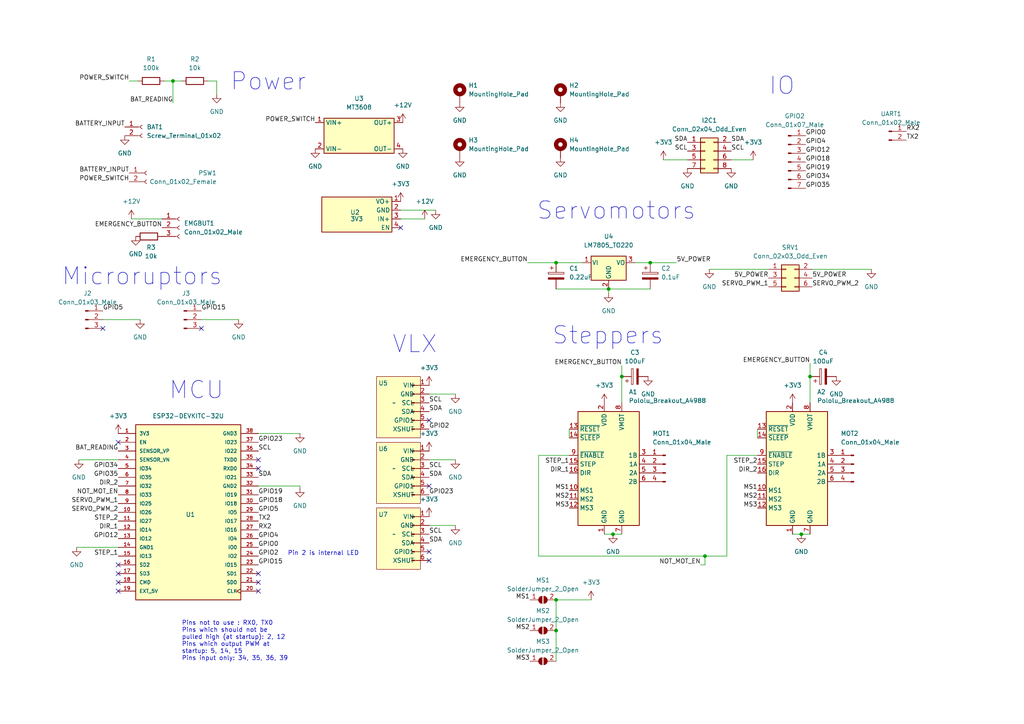
<source format=kicad_sch>
(kicad_sch (version 20230121) (generator eeschema)
  (paper "A4")
  (title_block (comment 1 "First version of stepper PAMI board (2023-10)"))
  (lib_symbols
    (symbol "Connector:Conn_01x02_Female" (pin_names (offset 1.016) hide)
      (property "Reference" "J" (at 0 2.54 0))
      (property "Value" "Conn_01x02_Female" (at 0 -5.08 0))
      (symbol "Conn_01x02_Female_1_1"
        (arc (start 0 -2.032) (mid -0.5058 -2.54) (end 0 -3.048) (stroke (width 0.1524)))
        (polyline (pts (xy -1.27 -2.54) (xy -0.508 -2.54)) (stroke (width 0.1524)))
        (polyline (pts (xy -1.27 0) (xy -0.508 0)) (stroke (width 0.1524)))
        (arc (start 0 0.508) (mid -0.5058 0) (end 0 -0.508) (stroke (width 0.1524)))
        (pin passive line (at -5.08 0 0) (length 3.81) (name "Pin_1") (number "1"))
        (pin passive line (at -5.08 -2.54 0) (length 3.81) (name "Pin_2") (number "2"))
      )
    )
    (symbol "Connector:Conn_01x02_Male" (pin_names (offset 1.016) hide)
      (property "Reference" "J" (at 0 2.54 0))
      (property "Value" "Conn_01x02_Male" (at 0 -5.08 0))
      (symbol "Conn_01x02_Male_1_1"
        (polyline (pts (xy 1.27 -2.54) (xy 0.8636 -2.54)) (stroke (width 0.1524)))
        (polyline (pts (xy 1.27 0) (xy 0.8636 0)) (stroke (width 0.1524)))
        (rectangle (start 0.8636 -2.413) (end 0 -2.667) (stroke (width 0.1524)) (fill (type outline)))
        (rectangle (start 0.8636 0.127) (end 0 -0.127) (stroke (width 0.1524)) (fill (type outline)))
        (pin passive line (at 5.08 0 180) (length 3.81) (name "Pin_1") (number "1"))
        (pin passive line (at 5.08 -2.54 180) (length 3.81) (name "Pin_2") (number "2"))
      )
    )
    (symbol "Connector:Conn_01x03_Female" (pin_names (offset 1.016) hide)
      (property "Reference" "J" (at 0 5.08 0))
      (property "Value" "Conn_01x03_Female" (at 0 -5.08 0))
      (symbol "Conn_01x03_Female_1_1"
        (arc (start 0 -2.032) (mid -0.5058 -2.54) (end 0 -3.048) (stroke (width 0.1524)))
        (polyline (pts (xy -1.27 -2.54) (xy -0.508 -2.54)) (stroke (width 0.1524)))
        (polyline (pts (xy -1.27 0) (xy -0.508 0)) (stroke (width 0.1524)))
        (polyline (pts (xy -1.27 2.54) (xy -0.508 2.54)) (stroke (width 0.1524)))
        (arc (start 0 0.508) (mid -0.5058 0) (end 0 -0.508) (stroke (width 0.1524)))
        (arc (start 0 3.048) (mid -0.5058 2.54) (end 0 2.032) (stroke (width 0.1524)))
        (pin passive line (at -5.08 2.54 0) (length 3.81) (name "Pin_1") (number "1"))
        (pin passive line (at -5.08 0 0) (length 3.81) (name "Pin_2") (number "2"))
        (pin passive line (at -5.08 -2.54 0) (length 3.81) (name "Pin_3") (number "3"))
      )
    )
    (symbol "Connector:Conn_01x03_Male" (pin_names (offset 1.016) hide)
      (property "Reference" "J" (at 0 5.08 0))
      (property "Value" "Conn_01x03_Male" (at 0 -5.08 0))
      (symbol "Conn_01x03_Male_1_1"
        (polyline (pts (xy 1.27 -2.54) (xy 0.8636 -2.54)) (stroke (width 0.1524)))
        (polyline (pts (xy 1.27 0) (xy 0.8636 0)) (stroke (width 0.1524)))
        (polyline (pts (xy 1.27 2.54) (xy 0.8636 2.54)) (stroke (width 0.1524)))
        (rectangle (start 0.8636 -2.413) (end 0 -2.667) (stroke (width 0.1524)) (fill (type outline)))
        (rectangle (start 0.8636 0.127) (end 0 -0.127) (stroke (width 0.1524)) (fill (type outline)))
        (rectangle (start 0.8636 2.667) (end 0 2.413) (stroke (width 0.1524)) (fill (type outline)))
        (pin passive line (at 5.08 2.54 180) (length 3.81) (name "Pin_1") (number "1"))
        (pin passive line (at 5.08 0 180) (length 3.81) (name "Pin_2") (number "2"))
        (pin passive line (at 5.08 -2.54 180) (length 3.81) (name "Pin_3") (number "3"))
      )
    )
    (symbol "Connector:Conn_01x04_Male" (pin_names (offset 1.016) hide)
      (property "Reference" "J" (at 0 5.08 0))
      (property "Value" "Conn_01x04_Male" (at 0 -7.62 0))
      (symbol "Conn_01x04_Male_1_1"
        (polyline (pts (xy 1.27 -5.08) (xy 0.8636 -5.08)) (stroke (width 0.1524)))
        (polyline (pts (xy 1.27 -2.54) (xy 0.8636 -2.54)) (stroke (width 0.1524)))
        (polyline (pts (xy 1.27 0) (xy 0.8636 0)) (stroke (width 0.1524)))
        (polyline (pts (xy 1.27 2.54) (xy 0.8636 2.54)) (stroke (width 0.1524)))
        (rectangle (start 0.8636 -4.953) (end 0 -5.207) (stroke (width 0.1524)) (fill (type outline)))
        (rectangle (start 0.8636 -2.413) (end 0 -2.667) (stroke (width 0.1524)) (fill (type outline)))
        (rectangle (start 0.8636 0.127) (end 0 -0.127) (stroke (width 0.1524)) (fill (type outline)))
        (rectangle (start 0.8636 2.667) (end 0 2.413) (stroke (width 0.1524)) (fill (type outline)))
        (pin passive line (at 5.08 2.54 180) (length 3.81) (name "Pin_1") (number "1"))
        (pin passive line (at 5.08 0 180) (length 3.81) (name "Pin_2") (number "2"))
        (pin passive line (at 5.08 -2.54 180) (length 3.81) (name "Pin_3") (number "3"))
        (pin passive line (at 5.08 -5.08 180) (length 3.81) (name "Pin_4") (number "4"))
      )
    )
    (symbol "Connector:Conn_01x07_Male" (pin_names (offset 1.016) hide)
      (property "Reference" "J" (at 0 10.16 0))
      (property "Value" "Conn_01x07_Male" (at 0 -10.16 0))
      (symbol "Conn_01x07_Male_1_1"
        (polyline (pts (xy 1.27 -7.62) (xy 0.8636 -7.62)) (stroke (width 0.1524)))
        (polyline (pts (xy 1.27 -5.08) (xy 0.8636 -5.08)) (stroke (width 0.1524)))
        (polyline (pts (xy 1.27 -2.54) (xy 0.8636 -2.54)) (stroke (width 0.1524)))
        (polyline (pts (xy 1.27 0) (xy 0.8636 0)) (stroke (width 0.1524)))
        (polyline (pts (xy 1.27 2.54) (xy 0.8636 2.54)) (stroke (width 0.1524)))
        (polyline (pts (xy 1.27 5.08) (xy 0.8636 5.08)) (stroke (width 0.1524)))
        (polyline (pts (xy 1.27 7.62) (xy 0.8636 7.62)) (stroke (width 0.1524)))
        (rectangle (start 0.8636 -7.493) (end 0 -7.747) (stroke (width 0.1524)) (fill (type outline)))
        (rectangle (start 0.8636 -4.953) (end 0 -5.207) (stroke (width 0.1524)) (fill (type outline)))
        (rectangle (start 0.8636 -2.413) (end 0 -2.667) (stroke (width 0.1524)) (fill (type outline)))
        (rectangle (start 0.8636 0.127) (end 0 -0.127) (stroke (width 0.1524)) (fill (type outline)))
        (rectangle (start 0.8636 2.667) (end 0 2.413) (stroke (width 0.1524)) (fill (type outline)))
        (rectangle (start 0.8636 5.207) (end 0 4.953) (stroke (width 0.1524)) (fill (type outline)))
        (rectangle (start 0.8636 7.747) (end 0 7.493) (stroke (width 0.1524)) (fill (type outline)))
        (pin passive line (at 5.08 7.62 180) (length 3.81) (name "Pin_1") (number "1"))
        (pin passive line (at 5.08 5.08 180) (length 3.81) (name "Pin_2") (number "2"))
        (pin passive line (at 5.08 2.54 180) (length 3.81) (name "Pin_3") (number "3"))
        (pin passive line (at 5.08 0 180) (length 3.81) (name "Pin_4") (number "4"))
        (pin passive line (at 5.08 -2.54 180) (length 3.81) (name "Pin_5") (number "5"))
        (pin passive line (at 5.08 -5.08 180) (length 3.81) (name "Pin_6") (number "6"))
        (pin passive line (at 5.08 -7.62 180) (length 3.81) (name "Pin_7") (number "7"))
      )
    )
    (symbol "Connector_Generic:Conn_02x03_Odd_Even" (pin_names (offset 1.016) hide)
      (property "Reference" "J" (at 1.27 5.08 0))
      (property "Value" "Conn_02x03_Odd_Even" (at 1.27 -5.08 0))
      (symbol "Conn_02x03_Odd_Even_1_1"
        (rectangle (start -1.27 -2.413) (end 0 -2.667) (stroke (width 0.1524)))
        (rectangle (start -1.27 0.127) (end 0 -0.127) (stroke (width 0.1524)))
        (rectangle (start -1.27 2.667) (end 0 2.413) (stroke (width 0.1524)))
        (rectangle (start -1.27 3.81) (end 3.81 -3.81) (stroke (width 0.254)) (fill (type background)))
        (rectangle (start 3.81 -2.413) (end 2.54 -2.667) (stroke (width 0.1524)))
        (rectangle (start 3.81 0.127) (end 2.54 -0.127) (stroke (width 0.1524)))
        (rectangle (start 3.81 2.667) (end 2.54 2.413) (stroke (width 0.1524)))
        (pin passive line (at -5.08 2.54 0) (length 3.81) (name "Pin_1") (number "1"))
        (pin passive line (at 7.62 2.54 180) (length 3.81) (name "Pin_2") (number "2"))
        (pin passive line (at -5.08 0 0) (length 3.81) (name "Pin_3") (number "3"))
        (pin passive line (at 7.62 0 180) (length 3.81) (name "Pin_4") (number "4"))
        (pin passive line (at -5.08 -2.54 0) (length 3.81) (name "Pin_5") (number "5"))
        (pin passive line (at 7.62 -2.54 180) (length 3.81) (name "Pin_6") (number "6"))
      )
    )
    (symbol "Connector_Generic:Conn_02x04_Odd_Even" (pin_names (offset 1.016) hide)
      (property "Reference" "J" (at 1.27 5.08 0))
      (property "Value" "Conn_02x04_Odd_Even" (at 1.27 -7.62 0))
      (symbol "Conn_02x04_Odd_Even_1_1"
        (rectangle (start -1.27 -4.953) (end 0 -5.207) (stroke (width 0.1524)))
        (rectangle (start -1.27 -2.413) (end 0 -2.667) (stroke (width 0.1524)))
        (rectangle (start -1.27 0.127) (end 0 -0.127) (stroke (width 0.1524)))
        (rectangle (start -1.27 2.667) (end 0 2.413) (stroke (width 0.1524)))
        (rectangle (start -1.27 3.81) (end 3.81 -6.35) (stroke (width 0.254)) (fill (type background)))
        (rectangle (start 3.81 -4.953) (end 2.54 -5.207) (stroke (width 0.1524)))
        (rectangle (start 3.81 -2.413) (end 2.54 -2.667) (stroke (width 0.1524)))
        (rectangle (start 3.81 0.127) (end 2.54 -0.127) (stroke (width 0.1524)))
        (rectangle (start 3.81 2.667) (end 2.54 2.413) (stroke (width 0.1524)))
        (pin passive line (at -5.08 2.54 0) (length 3.81) (name "Pin_1") (number "1"))
        (pin passive line (at 7.62 2.54 180) (length 3.81) (name "Pin_2") (number "2"))
        (pin passive line (at -5.08 0 0) (length 3.81) (name "Pin_3") (number "3"))
        (pin passive line (at 7.62 0 180) (length 3.81) (name "Pin_4") (number "4"))
        (pin passive line (at -5.08 -2.54 0) (length 3.81) (name "Pin_5") (number "5"))
        (pin passive line (at 7.62 -2.54 180) (length 3.81) (name "Pin_6") (number "6"))
        (pin passive line (at -5.08 -5.08 0) (length 3.81) (name "Pin_7") (number "7"))
        (pin passive line (at 7.62 -5.08 180) (length 3.81) (name "Pin_8") (number "8"))
      )
    )
    (symbol "Device:C_Polarized" (pin_numbers hide) (pin_names (offset 0.254))
      (property "Reference" "C" (at 0.635 2.54 0))
      (property "Value" "C_Polarized" (at 0.635 -2.54 0))
      (symbol "C_Polarized_0_1"
        (rectangle (start -2.286 0.508) (end 2.286 1.016))
        (polyline (pts (xy -1.778 2.286) (xy -0.762 2.286)))
        (polyline (pts (xy -1.27 2.794) (xy -1.27 1.778)))
        (rectangle (start 2.286 -0.508) (end -2.286 -1.016) (fill (type outline)))
      )
      (symbol "C_Polarized_1_1"
        (pin passive line (at 0 3.81 270) (length 2.794) (name "~") (number "1"))
        (pin passive line (at 0 -3.81 90) (length 2.794) (name "~") (number "2"))
      )
    )
    (symbol "Device:R" (pin_numbers hide) (pin_names (offset 0))
      (property "Reference" "R" (at 2.032 0 90))
      (property "Value" "R" (at 0 0 90))
      (symbol "R_0_1"
        (rectangle (start -1.016 -2.54) (end 1.016 2.54) (stroke (width 0.254)))
      )
      (symbol "R_1_1"
        (pin passive line (at 0 3.81 270) (length 1.27) (name "~") (number "1"))
        (pin passive line (at 0 -3.81 90) (length 1.27) (name "~") (number "2"))
      )
    )
    (symbol "Driver_Motor:Pololu_Breakout_A4988"
      (property "Reference" "A" (at -2.54 19.05 0))
      (property "Value" "Pololu_Breakout_A4988" (at -2.54 16.51 0))
      (symbol "Pololu_Breakout_A4988_0_1"
        (rectangle (start 10.16 -17.78) (end -7.62 15.24) (stroke (width 0.254)) (fill (type background)))
      )
      (symbol "Pololu_Breakout_A4988_1_1"
        (pin power_in line (at 0 -20.32 90) (length 2.54) (name "GND") (number "1"))
        (pin input line (at -10.16 -7.62 0) (length 2.54) (name "MS1") (number "10"))
        (pin input line (at -10.16 -10.16 0) (length 2.54) (name "MS2") (number "11"))
        (pin input line (at -10.16 -12.7 0) (length 2.54) (name "MS3") (number "12"))
        (pin input line (at -10.16 10.16 0) (length 2.54) (name "~{RESET}") (number "13"))
        (pin input line (at -10.16 7.62 0) (length 2.54) (name "~{SLEEP}") (number "14"))
        (pin input line (at -10.16 0 0) (length 2.54) (name "STEP") (number "15"))
        (pin input line (at -10.16 -2.54 0) (length 2.54) (name "DIR") (number "16"))
        (pin power_in line (at 0 17.78 270) (length 2.54) (name "VDD") (number "2"))
        (pin output line (at 12.7 2.54 180) (length 2.54) (name "1B") (number "3"))
        (pin output line (at 12.7 0 180) (length 2.54) (name "1A") (number "4"))
        (pin output line (at 12.7 -2.54 180) (length 2.54) (name "2A") (number "5"))
        (pin output line (at 12.7 -5.08 180) (length 2.54) (name "2B") (number "6"))
        (pin power_in line (at 5.08 -20.32 90) (length 2.54) (name "GND") (number "7"))
        (pin power_in line (at 5.08 17.78 270) (length 2.54) (name "VMOT") (number "8"))
        (pin input line (at -10.16 2.54 0) (length 2.54) (name "~{ENABLE}") (number "9"))
      )
    )
    (symbol "ESP32-DEVKITC-32U:ESP32-DEVKITC-32U" (pin_names (offset 1.016))
      (property "Reference" "U" (at -15.2572 26.0643 0))
      (property "Value" "ESP32-DEVKITC-32U" (at -15.2563 -27.9698 0))
      (symbol "ESP32-DEVKITC-32U_0_0"
        (rectangle (start -15.24 -25.4) (end 15.24 25.4) (stroke (width 0.254)) (fill (type background)))
        (pin power_in line (at -20.32 22.86 0) (length 5.08) (name "3V3") (number "1"))
        (pin bidirectional line (at -20.32 0 0) (length 5.08) (name "IO26") (number "10"))
        (pin bidirectional line (at -20.32 -2.54 0) (length 5.08) (name "IO27") (number "11"))
        (pin bidirectional line (at -20.32 -5.08 0) (length 5.08) (name "IO14") (number "12"))
        (pin bidirectional line (at -20.32 -7.62 0) (length 5.08) (name "IO12") (number "13"))
        (pin power_in line (at -20.32 -10.16 0) (length 5.08) (name "GND1") (number "14"))
        (pin bidirectional line (at -20.32 -12.7 0) (length 5.08) (name "IO13") (number "15"))
        (pin bidirectional line (at -20.32 -15.24 0) (length 5.08) (name "SD2") (number "16"))
        (pin bidirectional line (at -20.32 -17.78 0) (length 5.08) (name "SD3") (number "17"))
        (pin bidirectional line (at -20.32 -20.32 0) (length 5.08) (name "CMD") (number "18"))
        (pin power_in line (at -20.32 -22.86 0) (length 5.08) (name "EXT_5V") (number "19"))
        (pin input line (at -20.32 20.32 0) (length 5.08) (name "EN") (number "2"))
        (pin input clock (at 20.32 -22.86 180) (length 5.08) (name "CLK") (number "20"))
        (pin bidirectional line (at 20.32 -20.32 180) (length 5.08) (name "SD0") (number "21"))
        (pin bidirectional line (at 20.32 -17.78 180) (length 5.08) (name "SD1") (number "22"))
        (pin bidirectional line (at 20.32 -15.24 180) (length 5.08) (name "IO15") (number "23"))
        (pin bidirectional line (at 20.32 -12.7 180) (length 5.08) (name "IO2") (number "24"))
        (pin bidirectional line (at 20.32 -10.16 180) (length 5.08) (name "IO0") (number "25"))
        (pin bidirectional line (at 20.32 -7.62 180) (length 5.08) (name "IO4") (number "26"))
        (pin bidirectional line (at 20.32 -5.08 180) (length 5.08) (name "IO16") (number "27"))
        (pin bidirectional line (at 20.32 -2.54 180) (length 5.08) (name "IO17") (number "28"))
        (pin bidirectional line (at 20.32 0 180) (length 5.08) (name "IO5") (number "29"))
        (pin input line (at -20.32 17.78 0) (length 5.08) (name "SENSOR_VP") (number "3"))
        (pin bidirectional line (at 20.32 2.54 180) (length 5.08) (name "IO18") (number "30"))
        (pin bidirectional line (at 20.32 5.08 180) (length 5.08) (name "IO19") (number "31"))
        (pin power_in line (at 20.32 7.62 180) (length 5.08) (name "GND2") (number "32"))
        (pin bidirectional line (at 20.32 10.16 180) (length 5.08) (name "IO21") (number "33"))
        (pin input line (at 20.32 12.7 180) (length 5.08) (name "RXD0") (number "34"))
        (pin output line (at 20.32 15.24 180) (length 5.08) (name "TXD0") (number "35"))
        (pin bidirectional line (at 20.32 17.78 180) (length 5.08) (name "IO22") (number "36"))
        (pin bidirectional line (at 20.32 20.32 180) (length 5.08) (name "IO23") (number "37"))
        (pin power_in line (at 20.32 22.86 180) (length 5.08) (name "GND3") (number "38"))
        (pin input line (at -20.32 15.24 0) (length 5.08) (name "SENSOR_VN") (number "4"))
        (pin bidirectional line (at -20.32 12.7 0) (length 5.08) (name "IO34") (number "5"))
        (pin bidirectional line (at -20.32 10.16 0) (length 5.08) (name "IO35") (number "6"))
        (pin bidirectional line (at -20.32 7.62 0) (length 5.08) (name "IO32") (number "7"))
        (pin bidirectional line (at -20.32 5.08 0) (length 5.08) (name "IO33") (number "8"))
        (pin bidirectional line (at -20.32 2.54 0) (length 5.08) (name "IO25") (number "9"))
      )
    )
    (symbol "Jumper:SolderJumper_2_Open" (pin_names (offset 0) hide)
      (property "Reference" "JP" (at 0 2.032 0))
      (property "Value" "SolderJumper_2_Open" (at 0 -2.54 0))
      (symbol "SolderJumper_2_Open_0_1"
        (arc (start -0.254 1.016) (mid -1.2656 0) (end -0.254 -1.016))
        (arc (start -0.254 1.016) (mid -1.2656 0) (end -0.254 -1.016) (fill (type outline)))
        (polyline (pts (xy -0.254 1.016) (xy -0.254 -1.016)))
        (polyline (pts (xy 0.254 1.016) (xy 0.254 -1.016)))
        (arc (start 0.254 -1.016) (mid 1.2656 0) (end 0.254 1.016))
        (arc (start 0.254 -1.016) (mid 1.2656 0) (end 0.254 1.016) (fill (type outline)))
      )
      (symbol "SolderJumper_2_Open_1_1"
        (pin passive line (at -3.81 0 0) (length 2.54) (name "A") (number "1"))
        (pin passive line (at 3.81 0 180) (length 2.54) (name "B") (number "2"))
      )
    )
    (symbol "Mechanical:MountingHole_Pad" (pin_numbers hide) (pin_names (offset 1.016) hide)
      (property "Reference" "H" (at 0 6.35 0))
      (property "Value" "MountingHole_Pad" (at 0 4.445 0))
      (symbol "MountingHole_Pad_0_1"
        (circle (center 0 1.27) (radius 1.27) (stroke (width 1.27)))
      )
      (symbol "MountingHole_Pad_1_1"
        (pin input line (at 0 -2.54 90) (length 2.54) (name "1") (number "1"))
      )
    )
    (symbol "MiAM_ESP32:MT3608"
      (property "Reference" "U" (at 0 0 0))
      (property "Value" "MT3608" (at 0 0 0))
      (symbol "MT3608_0_1"
        (rectangle (start -10.16 5.08) (end 10.16 -5.08) (stroke (width 0.254)) (fill (type background)))
      )
      (symbol "MT3608_1_1"
        (pin power_in line (at -12.7 3.81 0) (length 2.54) (name "VIN+") (number "1"))
        (pin passive line (at -12.7 -3.81 0) (length 2.54) (name "VIN-") (number "2"))
        (pin power_out line (at 12.7 3.81 180) (length 2.54) (name "OUT+") (number "3"))
        (pin passive line (at 12.7 -3.81 180) (length 2.54) (name "OUT-") (number "4"))
      )
    )
    (symbol "MiAM_ESP32:VL53L01XV2"
      (property "Reference" "U" (at 0 0 0))
      (symbol "VL53L01XV2_1_1"
        (rectangle (start -5.08 7.62) (end 7.62 -10.16) (fill (type background)))
        (polyline (pts (xy 6.35 -7.62) (xy 5.9436 -7.62)) (stroke (width 0.1524)))
        (polyline (pts (xy 6.35 -5.08) (xy 5.9436 -5.08)) (stroke (width 0.1524)))
        (polyline (pts (xy 6.35 -2.54) (xy 5.9436 -2.54)) (stroke (width 0.1524)))
        (polyline (pts (xy 6.35 0) (xy 5.9436 0)) (stroke (width 0.1524)))
        (polyline (pts (xy 6.35 2.54) (xy 5.9436 2.54)) (stroke (width 0.1524)))
        (polyline (pts (xy 6.35 5.08) (xy 5.9436 5.08)) (stroke (width 0.1524)))
        (rectangle (start 5.9436 -7.493) (end 5.08 -7.747) (stroke (width 0.1524)) (fill (type outline)))
        (rectangle (start 5.9436 -4.953) (end 5.08 -5.207) (stroke (width 0.1524)) (fill (type outline)))
        (rectangle (start 5.9436 -2.413) (end 5.08 -2.667) (stroke (width 0.1524)) (fill (type outline)))
        (rectangle (start 5.9436 0.127) (end 5.08 -0.127) (stroke (width 0.1524)) (fill (type outline)))
        (rectangle (start 5.9436 2.667) (end 5.08 2.413) (stroke (width 0.1524)) (fill (type outline)))
        (rectangle (start 5.9436 5.207) (end 5.08 4.953) (stroke (width 0.1524)) (fill (type outline)))
        (pin passive line (at 10.16 5.08 180) (length 3.81) (name "VIN") (number "1"))
        (pin passive line (at 10.16 2.54 180) (length 3.81) (name "GND") (number "2"))
        (pin passive line (at 10.16 0 180) (length 3.81) (name "SCL") (number "3"))
        (pin passive line (at 10.16 -2.54 180) (length 3.81) (name "SDA") (number "4"))
        (pin passive line (at 10.16 -5.08 180) (length 3.81) (name "GPIO1") (number "5"))
        (pin passive line (at 10.16 -7.62 180) (length 3.81) (name "XSHUT") (number "6"))
      )
    )
    (symbol "MiAM_ESP32:VoltageRegulator"
      (property "Reference" "U" (at -2.54 10.16 0))
      (property "Value" "VoltageRegulator" (at -2.54 7.62 0))
      (symbol "VoltageRegulator_0_1"
        (rectangle (start -10.16 5.08) (end 10.16 -5.08) (stroke (width 0.254)) (fill (type background)))
      )
      (symbol "VoltageRegulator_1_1"
        (pin power_out line (at 12.7 3.81 180) (length 2.54) (name "VO+") (number "1"))
        (pin passive line (at 12.7 1.27 180) (length 2.54) (name "GND") (number "2"))
        (pin power_in line (at 12.7 -1.27 180) (length 2.54) (name "IN+") (number "3"))
        (pin input line (at 12.7 -3.81 180) (length 2.54) (name "EN") (number "4"))
      )
    )
    (symbol "Regulator_Linear:LM7805_TO220" (pin_names (offset 0.254))
      (property "Reference" "U" (at -3.81 3.175 0))
      (property "Value" "LM7805_TO220" (at 0 3.175 0))
      (symbol "LM7805_TO220_0_1"
        (rectangle (start -5.08 1.905) (end 5.08 -5.08) (stroke (width 0.254)) (fill (type background)))
      )
      (symbol "LM7805_TO220_1_1"
        (pin power_in line (at -7.62 0 0) (length 2.54) (name "VI") (number "1"))
        (pin power_in line (at 0 -7.62 90) (length 2.54) (name "GND") (number "2"))
        (pin power_out line (at 7.62 0 180) (length 2.54) (name "VO") (number "3"))
      )
    )
    (symbol "power:+12V" (power) (pin_names (offset 0))
      (property "Value" "+12V" (at 0 3.556 0))
      (symbol "+12V_0_1"
        (polyline (pts (xy -0.762 1.27) (xy 0 2.54)))
        (polyline (pts (xy 0 0) (xy 0 2.54)))
        (polyline (pts (xy 0 2.54) (xy 0.762 1.27)))
      )
      (symbol "+12V_1_1"
        (pin power_in line (at 0 0 90) (length 0) hide (name "+12V") (number "1"))
      )
    )
    (symbol "power:+3V3" (power) (pin_names (offset 0))
      (property "Value" "+3V3" (at 0 3.556 0))
      (symbol "+3V3_0_1"
        (polyline (pts (xy -0.762 1.27) (xy 0 2.54)))
        (polyline (pts (xy 0 0) (xy 0 2.54)))
        (polyline (pts (xy 0 2.54) (xy 0.762 1.27)))
      )
      (symbol "+3V3_1_1"
        (pin power_in line (at 0 0 90) (length 0) hide (name "+3V3") (number "1"))
      )
    )
    (symbol "power:GND" (power) (pin_names (offset 0))
      (property "Value" "GND" (at 0 -3.81 0))
      (symbol "GND_0_1"
        (polyline (pts (xy 0 0) (xy 0 -1.27) (xy 1.27 -1.27) (xy 0 -2.54) (xy -1.27 -1.27) (xy 0 -1.27)))
      )
      (symbol "GND_1_1"
        (pin power_in line (at 0 0 270) (length 0) hide (name "GND") (number "1"))
      )
    )
  )
  (junction (at 176.53 83.82))
  (junction (at 177.8 154.94))
  (junction (at 232.41 154.94))
  (junction (at 161.29 173.99))
  (junction (at 180.34 109.22))
  (junction (at 161.29 182.88))
  (junction (at 234.95 109.22))
  (junction (at 50.165 23.495))
  (junction (at 204.47 161.29))
  (junction (at 161.29 76.2))
  (junction (at 188.595 76.2))
  (no_connect (at 74.93 135.89))
  (no_connect (at 74.93 166.37))
  (no_connect (at 74.93 133.35))
  (no_connect (at 34.29 163.83))
  (no_connect (at 124.46 140.97))
  (no_connect (at 124.46 162.56))
  (no_connect (at 29.845 95.25))
  (no_connect (at 74.93 168.91))
  (no_connect (at 34.29 168.91))
  (no_connect (at 116.205 66.04))
  (no_connect (at 124.46 160.02))
  (no_connect (at 34.29 128.27))
  (no_connect (at 34.29 171.45))
  (no_connect (at 34.29 166.37))
  (no_connect (at 58.42 95.25))
  (no_connect (at 124.46 121.92))
  (no_connect (at 74.93 171.45))
  (wire (pts (xy 161.29 182.88) (xy 161.29 191.77)))
  (wire (pts (xy 156.21 132.08) (xy 156.21 161.29)))
  (wire (pts (xy 180.34 109.22) (xy 180.34 116.84)))
  (wire (pts (xy 116.205 60.96) (xy 126.365 60.96)))
  (wire (pts (xy 175.26 154.94) (xy 177.8 154.94)))
  (wire (pts (xy 165.1 127) (xy 165.1 124.46)))
  (wire (pts (xy 60.325 23.495) (xy 62.865 23.495)))
  (wire (pts (xy 47.625 23.495) (xy 50.165 23.495)))
  (wire (pts (xy 161.29 173.99) (xy 171.45 173.99)))
  (wire (pts (xy 116.205 63.5) (xy 123.19 63.5)))
  (wire (pts (xy 86.995 141.605) (xy 86.995 140.97)))
  (wire (pts (xy 177.8 154.94) (xy 180.34 154.94)))
  (wire (pts (xy 184.15 76.2) (xy 188.595 76.2)))
  (wire (pts (xy 229.87 154.94) (xy 232.41 154.94)))
  (wire (pts (xy 212.09 46.355) (xy 218.44 46.355)))
  (wire (pts (xy 161.29 173.99) (xy 161.29 182.88)))
  (wire (pts (xy 50.165 23.495) (xy 50.165 29.845)))
  (wire (pts (xy 124.46 114.3) (xy 132.08 114.3)))
  (wire (pts (xy 58.42 92.71) (xy 69.215 92.71)))
  (wire (pts (xy 203.2 163.83) (xy 204.47 163.83)))
  (wire (pts (xy 165.1 132.08) (xy 156.21 132.08)))
  (wire (pts (xy 86.995 140.97) (xy 74.93 140.97)))
  (wire (pts (xy 22.86 133.35) (xy 34.29 133.35)))
  (wire (pts (xy 204.47 161.29) (xy 204.47 163.83)))
  (wire (pts (xy 180.34 106.045) (xy 180.34 109.22)))
  (wire (pts (xy 188.595 76.2) (xy 196.215 76.2)))
  (wire (pts (xy 205.74 78.105) (xy 222.885 78.105)))
  (wire (pts (xy 219.71 127) (xy 219.71 124.46)))
  (wire (pts (xy 192.405 46.355) (xy 199.39 46.355)))
  (wire (pts (xy 232.41 154.94) (xy 234.95 154.94)))
  (wire (pts (xy 74.93 125.73) (xy 86.995 125.73)))
  (wire (pts (xy 176.53 85.09) (xy 176.53 83.82)))
  (wire (pts (xy 176.53 83.82) (xy 188.595 83.82)))
  (wire (pts (xy 52.705 23.495) (xy 50.165 23.495)))
  (wire (pts (xy 22.225 158.75) (xy 34.29 158.75)))
  (wire (pts (xy 153.035 76.2) (xy 161.29 76.2)))
  (wire (pts (xy 161.29 83.82) (xy 176.53 83.82)))
  (wire (pts (xy 210.82 161.29) (xy 204.47 161.29)))
  (wire (pts (xy 124.46 152.4) (xy 132.08 152.4)))
  (wire (pts (xy 234.95 109.22) (xy 234.95 116.84)))
  (wire (pts (xy 46.99 63.5) (xy 38.1 63.5)))
  (wire (pts (xy 37.465 23.495) (xy 40.005 23.495)))
  (wire (pts (xy 235.585 78.105) (xy 252.73 78.105)))
  (wire (pts (xy 124.46 133.35) (xy 132.08 133.35)))
  (wire (pts (xy 161.29 76.2) (xy 168.91 76.2)))
  (wire (pts (xy 62.865 23.495) (xy 62.865 27.305)))
  (wire (pts (xy 219.71 132.08) (xy 210.82 132.08)))
  (wire (pts (xy 234.95 105.41) (xy 234.95 109.22)))
  (wire (pts (xy 210.82 132.08) (xy 210.82 161.29)))
  (wire (pts (xy 156.21 161.29) (xy 204.47 161.29)))
  (wire (pts (xy 29.845 92.71) (xy 40.64 92.71)))
  (text "Pins not to use : RX0, TX0\nPins which should not be \npulled high (at startup): 2, 12\nPins which output PWM at\nstartup: 5, 14, 15\nPins input only: 34, 35, 36, 39" (at 52.705 191.77 0) (effects (font (size 1.27 1.27)) (justify left bottom)))
  (text "Power" (at 66.675 26.67 0) (effects (font (size 5 5)) (justify left bottom)))
  (text "MCU" (at 48.895 116.205 0) (effects (font (size 5 5)) (justify left bottom)))
  (text "IO" (at 222.885 27.94 0) (effects (font (size 5 5)) (justify left bottom)))
  (text "Microruptors" (at 17.78 83.185 0) (effects (font (size 5 5)) (justify left bottom)))
  (text "Pin 2 is internal LED" (at 104.14 161.29 0) (effects (font (size 1.27 1.27)) (justify right bottom)))
  (text "VLX" (at 113.665 102.87 0) (effects (font (size 5 5)) (justify left bottom)))
  (text "Steppers" (at 160.02 100.33 0) (effects (font (size 5 5)) (justify left bottom)))
  (text "Servomotors" (at 155.575 64.135 0) (effects (font (size 5 5)) (justify left bottom)))
  (label "SERVO_PWM_1" (at 34.29 146.05 180))
  (label "BAT_READING" (at 34.29 130.81 180))
  (label "MS3" (at 153.67 191.77 180))
  (label "DIR_2" (at 219.71 137.16 180))
  (label "BATTERY_INPUT" (at 37.465 50.165 180))
  (label "SERVO_PWM_1" (at 222.885 83.185 180))
  (label "GPIO0" (at 233.68 39.37 0))
  (label "GPIO35" (at 34.29 138.43 180))
  (label "RX2" (at 74.93 153.67 0))
  (label "SERVO_PWM_2" (at 235.585 83.185 0))
  (label "SCL" (at 124.46 116.84 0))
  (label "TX2" (at 262.89 40.64 0))
  (label "5V_POWER" (at 235.585 80.645 0))
  (label "GPIO0" (at 74.93 158.75 0))
  (label "STEP_1" (at 34.29 161.29 180))
  (label "SDA" (at 124.46 157.48 0))
  (label "GPIO4" (at 74.93 156.21 0))
  (label "GPIO35" (at 233.68 54.61 0))
  (label "GPIO18" (at 74.93 146.05 0))
  (label "MS2" (at 153.67 182.88 180))
  (label "GPIO5" (at 74.93 148.59 0))
  (label "MS3" (at 219.71 147.32 180))
  (label "EMERGENCY_BUTTON" (at 234.95 105.41 180))
  (label "5V_POWER" (at 196.215 76.2 0))
  (label "SCL" (at 124.46 154.94 0))
  (label "MS1" (at 153.67 173.99 180))
  (label "BAT_READING" (at 50.165 29.845 180))
  (label "EMERGENCY_BUTTON" (at 180.34 106.045 180))
  (label "GPIO15" (at 74.93 163.83 0))
  (label "SDA" (at 212.09 41.275 0))
  (label "STEP_2" (at 34.29 151.13 180))
  (label "MS2" (at 165.1 144.78 180))
  (label "GPIO34" (at 34.29 135.89 180))
  (label "SCL" (at 124.46 135.89 0))
  (label "GPIO19" (at 74.93 143.51 0))
  (label "POWER_SWITCH" (at 37.465 52.705 180))
  (label "MS3" (at 165.1 147.32 180))
  (label "EMERGENCY_BUTTON" (at 46.99 66.04 180))
  (label "GPIO23" (at 124.46 143.51 0))
  (label "DIR_1" (at 34.29 153.67 180))
  (label "GPIO5" (at 29.845 90.17 0))
  (label "GPIO19" (at 233.68 49.53 0))
  (label "MS2" (at 219.71 144.78 180))
  (label "DIR_1" (at 165.1 137.16 180))
  (label "SCL" (at 199.39 43.815 180))
  (label "NOT_MOT_EN" (at 34.29 143.51 180))
  (label "MS1" (at 219.71 142.24 180))
  (label "GPIO15" (at 58.42 90.17 0))
  (label "NOT_MOT_EN" (at 203.2 163.83 180))
  (label "SERVO_PWM_2" (at 34.29 148.59 180))
  (label "GPIO4" (at 233.68 41.91 0))
  (label "SDA" (at 199.39 41.275 180))
  (label "SCL" (at 212.09 43.815 0))
  (label "SDA" (at 124.46 138.43 0))
  (label "SDA" (at 74.93 138.43 0))
  (label "MS1" (at 165.1 142.24 180))
  (label "GPIO12" (at 233.68 44.45 0))
  (label "GPIO2" (at 74.93 161.29 0))
  (label "STEP_2" (at 219.71 134.62 180))
  (label "GPIO34" (at 233.68 52.07 0))
  (label "RX2" (at 262.89 38.1 0))
  (label "EMERGENCY_BUTTON" (at 153.035 76.2 180))
  (label "GPIO23" (at 74.93 128.27 0))
  (label "DIR_2" (at 34.29 140.97 180))
  (label "GPIO12" (at 34.29 156.21 180))
  (label "POWER_SWITCH" (at 91.44 35.56 180))
  (label "SDA" (at 124.46 119.38 0))
  (label "TX2" (at 74.93 151.13 0))
  (label "5V_POWER" (at 222.885 80.645 180))
  (label "SCL" (at 74.93 130.81 0))
  (label "GPIO18" (at 233.68 46.99 0))
  (label "STEP_1" (at 165.1 134.62 180))
  (label "GPIO2" (at 124.46 124.46 0))
  (label "POWER_SWITCH" (at 37.465 23.495 180))
  (label "BATTERY_INPUT" (at 36.195 36.83 180))
  (symbol (lib_id "MiAM_ESP32:VL53L01XV2") (at 114.3 154.94 0) (unit 1)
    (property "Reference" "U7" (at 111.125 149.225 0))
    (property "Value" "~" (at 114.3 154.94 0))
    (property "Footprint" "Connector_PinHeader_2.54mm:PinHeader_1x06_P2.54mm_Vertical" (effects hide))
  )
  (symbol (lib_id "power:+3V3") (at 116.205 58.42 0) (unit 1)
    (property "Reference" "#PWR0119" (effects hide))
    (property "Value" "+3V3" (at 116.205 53.34 0))
  )
  (symbol (lib_id "power:GND") (at 162.56 29.845 0) (unit 1)
    (property "Reference" "#PWR014" (effects hide))
    (property "Value" "GND" (at 162.56 34.925 0))
  )
  (symbol (lib_id "power:+12V") (at 123.19 63.5 0) (unit 1)
    (property "Reference" "#PWR0110" (effects hide))
    (property "Value" "+12V" (at 123.19 58.42 0))
  )
  (symbol (lib_id "power:+3V3") (at 192.405 46.355 0) (unit 1)
    (property "Reference" "#PWR04" (effects hide))
    (property "Value" "+3V3" (at 192.405 41.275 0))
  )
  (symbol (lib_id "Connector_Generic:Conn_02x04_Odd_Even") (at 204.47 43.815 0) (unit 1)
    (property "Reference" "I2C1" (at 205.74 34.925 0))
    (property "Value" "Conn_02x04_Odd_Even" (at 205.74 37.465 0))
    (property "Footprint" "Connector_PinHeader_2.54mm:PinHeader_2x04_P2.54mm_Vertical" (effects hide))
  )
  (symbol (lib_id "Device:C_Polarized") (at 184.15 109.22 90) (unit 1)
    (property "Reference" "C3" (at 184.15 102.235 90))
    (property "Value" "100uF" (at 184.15 104.775 90))
    (property "Footprint" "Capacitor_THT:CP_Radial_D4.0mm_P2.00mm" (effects hide))
  )
  (symbol (lib_id "Regulator_Linear:LM7805_TO220") (at 176.53 76.2 0) (unit 1)
    (property "Reference" "U4" (at 176.53 68.58 0))
    (property "Value" "LM7805_TO220" (at 176.53 71.12 0))
    (property "Footprint" "Package_TO_SOT_THT:TO-220-3_Horizontal_TabDown" (effects hide))
    (property "Datasheet" "https://www.onsemi.cn/PowerSolutions/document/MC7800-D.PDF" (effects hide))
  )
  (symbol (lib_id "MiAM_ESP32:VL53L01XV2") (at 114.3 116.84 0) (unit 1)
    (property "Reference" "U5" (at 111.125 111.125 0))
    (property "Value" "~" (at 114.3 116.84 0))
    (property "Footprint" "Connector_PinHeader_2.54mm:PinHeader_1x06_P2.54mm_Vertical" (effects hide))
  )
  (symbol (lib_id "Mechanical:MountingHole_Pad") (at 162.56 27.305 0) (unit 1)
    (property "Reference" "H2" (at 165.1 24.765 0) (effects (justify left)))
    (property "Value" "MountingHole_Pad" (at 165.1 27.305 0) (effects (justify left)))
    (property "Footprint" "MountingHole:MountingHole_3.2mm_M3_DIN965_Pad" (effects hide))
  )
  (symbol (lib_id "MiAM_ESP32:MT3608") (at 104.14 39.37 0) (unit 1)
    (property "Reference" "U3" (at 104.14 28.575 0))
    (property "Value" "MT3608" (at 104.14 31.115 0))
    (property "Footprint" "MiAM_ESP32_Footprints:MT3608" (effects hide))
  )
  (symbol (lib_id "power:+12V") (at 116.84 35.56 0) (unit 1)
    (property "Reference" "#PWR0118" (effects hide))
    (property "Value" "+12V" (at 116.84 30.48 0))
  )
  (symbol (lib_id "Connector:Conn_01x04_Male") (at 247.65 134.62 0) (mirror y) (unit 1)
    (property "Reference" "MOT2" (at 243.84 125.73 0) (effects (justify right)))
    (property "Value" "Conn_01x04_Male" (at 243.84 128.27 0) (effects (justify right)))
    (property "Footprint" "Connector_PinHeader_2.54mm:PinHeader_1x04_P2.54mm_Vertical" (effects hide))
  )
  (symbol (lib_id "Connector:Conn_01x02_Female") (at 41.275 36.83 0) (unit 1)
    (property "Reference" "BAT1" (at 42.545 36.83 0) (effects (justify left)))
    (property "Value" "Screw_Terminal_01x02" (at 42.545 39.37 0) (effects (justify left)))
    (property "Footprint" "Connector_JST:JST_PH_B2B-PH-K_1x02_P2.00mm_Vertical" (effects hide))
  )
  (symbol (lib_id "power:GND") (at 133.35 29.845 0) (unit 1)
    (property "Reference" "#PWR012" (effects hide))
    (property "Value" "GND" (at 133.35 34.925 0))
  )
  (symbol (lib_id "Device:C_Polarized") (at 161.29 80.01 0) (unit 1)
    (property "Reference" "C1" (at 165.1 77.8509 0) (effects (justify left)))
    (property "Value" "0.22uF" (at 165.1 80.3909 0) (effects (justify left)))
    (property "Footprint" "Capacitor_THT:CP_Radial_D4.0mm_P2.00mm" (effects hide))
  )
  (symbol (lib_id "Connector:Conn_01x07_Male") (at 228.6 46.99 0) (unit 1)
    (property "Reference" "GPIO2" (at 230.505 33.655 0))
    (property "Value" "Conn_01x07_Male" (at 230.505 36.195 0))
    (property "Footprint" "Connector_PinHeader_2.54mm:PinHeader_1x07_P2.54mm_Vertical" (effects hide))
  )
  (symbol (lib_id "power:GND") (at 22.225 158.75 0) (unit 1)
    (property "Reference" "#PWR01" (effects hide))
    (property "Value" "GND" (at 22.225 163.83 0))
  )
  (symbol (lib_id "power:GND") (at 91.44 43.18 0) (unit 1)
    (property "Reference" "#PWR0117" (effects hide))
    (property "Value" "GND" (at 91.44 48.26 0))
  )
  (symbol (lib_id "power:+3V3") (at 175.26 116.84 0) (unit 1)
    (property "Reference" "#PWR016" (effects hide))
    (property "Value" "+3V3" (at 175.26 111.76 0))
  )
  (symbol (lib_id "power:GND") (at 22.86 133.35 0) (unit 1)
    (property "Reference" "#PWR013" (effects hide))
    (property "Value" "GND" (at 22.86 138.43 0))
  )
  (symbol (lib_id "power:GND") (at 199.39 48.895 0) (unit 1)
    (property "Reference" "#PWR05" (effects hide))
    (property "Value" "GND" (at 199.39 53.975 0))
  )
  (symbol (lib_id "MiAM_ESP32:VoltageRegulator") (at 103.505 62.23 0) (unit 1)
    (property "Reference" "U2" (at 101.6 61.595 0) (effects (justify left)))
    (property "Value" "3V3" (at 101.6 63.5 0) (effects (justify left)))
    (property "Footprint" "MiAM_ESP32_Footprints:VoltageRegulator" (effects hide))
  )
  (symbol (lib_id "power:GND") (at 132.08 152.4 0) (unit 1)
    (property "Reference" "#PWR030" (effects hide))
    (property "Value" "GND" (at 132.08 157.48 0))
  )
  (symbol (lib_id "power:+3V3") (at 124.46 149.86 0) (unit 1)
    (property "Reference" "#PWR029" (effects hide))
    (property "Value" "+3V3" (at 124.46 144.78 0))
  )
  (symbol (lib_id "Device:R") (at 56.515 23.495 90) (unit 1)
    (property "Reference" "R2" (at 56.515 17.145 90))
    (property "Value" "10k" (at 56.515 19.685 90))
    (property "Footprint" "Resistor_SMD:R_0805_2012Metric_Pad1.20x1.40mm_HandSolder" (effects hide))
  )
  (symbol (lib_id "power:GND") (at 176.53 85.09 0) (unit 1)
    (property "Reference" "#PWR0107" (effects hide))
    (property "Value" "GND" (at 176.53 90.17 0))
  )
  (symbol (lib_id "Connector:Conn_01x03_Female") (at 52.07 66.04 0) (unit 1)
    (property "Reference" "EMGBUT1" (at 53.34 64.77 0) (effects (justify left)))
    (property "Value" "Conn_01x02_Male" (at 53.34 67.31 0) (effects (justify left)))
    (property "Footprint" "Connector_JST:JST_PH_B3B-PH-K_1x03_P2.00mm_Vertical" (effects hide))
  )
  (symbol (lib_id "power:GND") (at 86.995 141.605 0) (unit 1)
    (property "Reference" "#PWR018" (effects hide))
    (property "Value" "GND" (at 86.995 146.685 0))
  )
  (symbol (lib_id "power:+3V3") (at 34.29 125.73 0) (unit 1)
    (property "Reference" "#PWR015" (effects hide))
    (property "Value" "+3V3" (at 34.29 120.65 0))
  )
  (symbol (lib_id "power:GND") (at 205.74 78.105 0) (unit 1)
    (property "Reference" "#PWR010" (effects hide))
    (property "Value" "GND" (at 205.74 83.185 0))
  )
  (symbol (lib_id "Jumper:SolderJumper_2_Open") (at 157.48 182.88 0) (unit 1)
    (property "Reference" "MS2" (at 157.48 177.165 0))
    (property "Value" "SolderJumper_2_Open" (at 157.48 179.705 0))
    (property "Footprint" "Jumper:SolderJumper-2_P1.3mm_Open_RoundedPad1.0x1.5mm" (effects hide))
  )
  (symbol (lib_id "power:GND") (at 242.57 109.22 0) (unit 1)
    (property "Reference" "#PWR032" (effects hide))
    (property "Value" "GND" (at 242.57 114.3 0))
  )
  (symbol (lib_id "power:GND") (at 86.995 125.73 0) (unit 1)
    (property "Reference" "#PWR017" (effects hide))
    (property "Value" "GND" (at 86.995 130.81 0))
  )
  (symbol (lib_id "power:GND") (at 177.8 154.94 0) (unit 1)
    (property "Reference" "#PWR021" (effects hide))
    (property "Value" "GND" (at 177.8 160.02 0))
  )
  (symbol (lib_id "power:GND") (at 252.73 78.105 0) (unit 1)
    (property "Reference" "#PWR011" (effects hide))
    (property "Value" "GND" (at 252.73 83.185 0))
  )
  (symbol (lib_id "power:GND") (at 62.865 27.305 0) (unit 1)
    (property "Reference" "#PWR0115" (effects hide))
    (property "Value" "GND" (at 62.865 32.385 0))
  )
  (symbol (lib_id "power:GND") (at 212.09 48.895 0) (unit 1)
    (property "Reference" "#PWR06" (effects hide))
    (property "Value" "GND" (at 212.09 53.975 0))
  )
  (symbol (lib_id "Connector:Conn_01x03_Male") (at 53.34 92.71 0) (unit 1)
    (property "Reference" "J3" (at 53.975 85.09 0))
    (property "Value" "Conn_01x03_Male" (at 53.975 87.63 0))
    (property "Footprint" "MiAM_ESP32_Footprints:Microruptor" (effects hide))
  )
  (symbol (lib_id "Driver_Motor:Pololu_Breakout_A4988") (at 175.26 134.62 0) (unit 1)
    (property "Reference" "A1" (at 182.3594 113.665 0) (effects (justify left)))
    (property "Value" "Pololu_Breakout_A4988" (at 182.3594 116.205 0) (effects (justify left)))
    (property "Footprint" "Module:Pololu_Breakout-16_15.2x20.3mm" (effects hide))
    (property "Datasheet" "https://www.pololu.com/product/2980/pictures" (effects hide))
  )
  (symbol (lib_id "Device:R") (at 43.815 23.495 90) (unit 1)
    (property "Reference" "R1" (at 43.815 17.145 90))
    (property "Value" "100k" (at 43.815 19.685 90))
    (property "Footprint" "Resistor_SMD:R_0805_2012Metric_Pad1.20x1.40mm_HandSolder" (effects hide))
  )
  (symbol (lib_id "power:GND") (at 187.96 109.22 0) (unit 1)
    (property "Reference" "#PWR08" (effects hide))
    (property "Value" "GND" (at 187.96 114.3 0))
  )
  (symbol (lib_id "Connector:Conn_01x02_Male") (at 257.81 38.1 0) (unit 1)
    (property "Reference" "UART1" (at 258.445 33.02 0))
    (property "Value" "Conn_01x02_Male" (at 258.445 35.56 0))
    (property "Footprint" "Connector_PinHeader_2.54mm:PinHeader_1x02_P2.54mm_Vertical" (effects hide))
  )
  (symbol (lib_id "power:GND") (at 162.56 45.72 0) (unit 1)
    (property "Reference" "#PWR020" (effects hide))
    (property "Value" "GND" (at 162.56 50.8 0))
  )
  (symbol (lib_id "power:+3V3") (at 124.46 111.76 0) (unit 1)
    (property "Reference" "#PWR026" (effects hide))
    (property "Value" "+3V3" (at 124.46 106.68 0))
  )
  (symbol (lib_id "Device:C_Polarized") (at 188.595 80.01 0) (unit 1)
    (property "Reference" "C2" (at 191.77 77.8509 0) (effects (justify left)))
    (property "Value" "0.1uF" (at 191.77 80.3909 0) (effects (justify left)))
    (property "Footprint" "Capacitor_THT:CP_Radial_D4.0mm_P2.00mm" (effects hide))
  )
  (symbol (lib_id "Driver_Motor:Pololu_Breakout_A4988") (at 229.87 134.62 0) (unit 1)
    (property "Reference" "A2" (at 236.9694 113.665 0) (effects (justify left)))
    (property "Value" "Pololu_Breakout_A4988" (at 236.9694 116.205 0) (effects (justify left)))
    (property "Footprint" "Module:Pololu_Breakout-16_15.2x20.3mm" (effects hide))
    (property "Datasheet" "https://www.pololu.com/product/2980/pictures" (effects hide))
  )
  (symbol (lib_id "power:GND") (at 132.08 114.3 0) (unit 1)
    (property "Reference" "#PWR09" (effects hide))
    (property "Value" "GND" (at 132.08 119.38 0))
  )
  (symbol (lib_id "Connector:Conn_01x04_Male") (at 193.04 134.62 0) (mirror y) (unit 1)
    (property "Reference" "MOT1" (at 189.23 125.73 0) (effects (justify right)))
    (property "Value" "Conn_01x04_Male" (at 189.23 128.27 0) (effects (justify right)))
    (property "Footprint" "Connector_PinHeader_2.54mm:PinHeader_1x04_P2.54mm_Vertical" (effects hide))
  )
  (symbol (lib_id "power:GND") (at 232.41 154.94 0) (unit 1)
    (property "Reference" "#PWR031" (effects hide))
    (property "Value" "GND" (at 232.41 160.02 0))
  )
  (symbol (lib_id "power:GND") (at 132.08 133.35 0) (unit 1)
    (property "Reference" "#PWR028" (effects hide))
    (property "Value" "GND" (at 132.08 138.43 0))
  )
  (symbol (lib_id "power:+3V3") (at 229.87 116.84 0) (unit 1)
    (property "Reference" "#PWR022" (effects hide))
    (property "Value" "+3V3" (at 229.87 111.76 0))
  )
  (symbol (lib_id "Mechanical:MountingHole_Pad") (at 133.35 27.305 0) (unit 1)
    (property "Reference" "H1" (at 135.89 24.765 0) (effects (justify left)))
    (property "Value" "MountingHole_Pad" (at 135.89 27.305 0) (effects (justify left)))
    (property "Footprint" "MountingHole:MountingHole_3.2mm_M3_DIN965_Pad" (effects hide))
  )
  (symbol (lib_id "power:GND") (at 40.64 92.71 0) (unit 1)
    (property "Reference" "#PWR024" (effects hide))
    (property "Value" "GND" (at 40.64 97.79 0))
  )
  (symbol (lib_id "Device:R") (at 43.18 68.58 90) (unit 1)
    (property "Reference" "R3" (at 43.815 71.755 90))
    (property "Value" "10k" (at 43.815 74.295 90))
    (property "Footprint" "Resistor_SMD:R_0805_2012Metric_Pad1.20x1.40mm_HandSolder" (effects hide))
  )
  (symbol (lib_id "power:+3V3") (at 124.46 130.81 0) (unit 1)
    (property "Reference" "#PWR027" (effects hide))
    (property "Value" "+3V3" (at 124.46 125.73 0))
  )
  (symbol (lib_id "Mechanical:MountingHole_Pad") (at 162.56 43.18 0) (unit 1)
    (property "Reference" "H4" (at 165.1 40.64 0) (effects (justify left)))
    (property "Value" "MountingHole_Pad" (at 165.1 43.18 0) (effects (justify left)))
    (property "Footprint" "MountingHole:MountingHole_3.2mm_M3_DIN965_Pad" (effects hide))
  )
  (symbol (lib_id "power:+3V3") (at 171.45 173.99 0) (unit 1)
    (property "Reference" "#PWR033" (effects hide))
    (property "Value" "+3V3" (at 171.45 168.91 0))
  )
  (symbol (lib_id "power:GND") (at 36.195 39.37 0) (unit 1)
    (property "Reference" "#PWR02" (effects hide))
    (property "Value" "GND" (at 36.195 44.45 0))
  )
  (symbol (lib_id "Mechanical:MountingHole_Pad") (at 133.35 43.18 0) (unit 1)
    (property "Reference" "H3" (at 135.89 40.64 0) (effects (justify left)))
    (property "Value" "MountingHole_Pad" (at 135.89 43.18 0) (effects (justify left)))
    (property "Footprint" "MountingHole:MountingHole_3.2mm_M3_DIN965_Pad" (effects hide))
  )
  (symbol (lib_id "Connector:Conn_01x02_Female") (at 42.545 50.165 0) (unit 1)
    (property "Reference" "PSW1" (at 62.865 50.165 0) (effects (justify right)))
    (property "Value" "Conn_01x02_Female" (at 62.865 52.705 0) (effects (justify right)))
    (property "Footprint" "Connector_JST:JST_PH_B2B-PH-K_1x02_P2.00mm_Vertical" (effects hide))
  )
  (symbol (lib_id "Device:C_Polarized") (at 238.76 109.22 90) (unit 1)
    (property "Reference" "C4" (at 238.76 102.235 90))
    (property "Value" "100uF" (at 238.76 104.775 90))
    (property "Footprint" "Capacitor_THT:CP_Radial_D4.0mm_P2.00mm" (effects hide))
  )
  (symbol (lib_id "Jumper:SolderJumper_2_Open") (at 157.48 173.99 0) (unit 1)
    (property "Reference" "MS1" (at 157.48 168.275 0))
    (property "Value" "SolderJumper_2_Open" (at 157.48 170.815 0))
    (property "Footprint" "Jumper:SolderJumper-2_P1.3mm_Open_RoundedPad1.0x1.5mm" (effects hide))
  )
  (symbol (lib_id "Connector:Conn_01x03_Male") (at 24.765 92.71 0) (unit 1)
    (property "Reference" "J2" (at 25.4 85.09 0))
    (property "Value" "Conn_01x03_Male" (at 25.4 87.63 0))
    (property "Footprint" "MiAM_ESP32_Footprints:Microruptor" (effects hide))
  )
  (symbol (lib_id "MiAM_ESP32:VL53L01XV2") (at 114.3 135.89 0) (unit 1)
    (property "Reference" "U6" (at 111.125 130.175 0))
    (property "Value" "~" (at 114.3 135.89 0))
    (property "Footprint" "Connector_PinHeader_2.54mm:PinHeader_1x06_P2.54mm_Vertical" (effects hide))
  )
  (symbol (lib_id "power:+12V") (at 38.1 63.5 0) (mirror y) (unit 1)
    (property "Reference" "#PWR03" (effects hide))
    (property "Value" "+12V" (at 38.1 58.42 0))
  )
  (symbol (lib_id "power:GND") (at 133.35 45.72 0) (unit 1)
    (property "Reference" "#PWR019" (effects hide))
    (property "Value" "GND" (at 133.35 50.8 0))
  )
  (symbol (lib_id "power:GND") (at 116.84 43.18 0) (unit 1)
    (property "Reference" "#PWR0120" (effects hide))
    (property "Value" "GND" (at 116.84 48.26 0))
  )
  (symbol (lib_id "power:GND") (at 69.215 92.71 0) (unit 1)
    (property "Reference" "#PWR025" (effects hide))
    (property "Value" "GND" (at 69.215 97.79 0))
  )
  (symbol (lib_id "power:GND") (at 126.365 60.96 0) (unit 1)
    (property "Reference" "#PWR0111" (effects hide))
    (property "Value" "GND" (at 126.365 66.04 0))
  )
  (symbol (lib_id "power:+3V3") (at 218.44 46.355 0) (unit 1)
    (property "Reference" "#PWR07" (effects hide))
    (property "Value" "+3V3" (at 218.44 41.275 0))
  )
  (symbol (lib_id "ESP32-DEVKITC-32U:ESP32-DEVKITC-32U") (at 54.61 148.59 0) (unit 1)
    (property "Reference" "U1" (at 55.245 149.225 0))
    (property "Value" "ESP32-DEVKITC-32U" (at 54.61 120.65 0))
    (property "Footprint" "MiAM_ESP32_Footprints:ESP32U-ShieldPattern" (effects hide))
  )
  (symbol (lib_id "Jumper:SolderJumper_2_Open") (at 157.48 191.77 0) (unit 1)
    (property "Reference" "MS3" (at 157.48 186.055 0))
    (property "Value" "SolderJumper_2_Open" (at 157.48 188.595 0))
    (property "Footprint" "Jumper:SolderJumper-2_P1.3mm_Open_RoundedPad1.0x1.5mm" (effects hide))
  )
  (symbol (lib_id "power:GND") (at 39.37 68.58 0) (unit 1)
    (property "Reference" "#PWR023" (effects hide))
    (property "Value" "GND" (at 39.37 73.66 0))
  )
  (symbol (lib_id "Connector_Generic:Conn_02x03_Odd_Even") (at 227.965 80.645 0) (unit 1)
    (property "Reference" "SRV1" (at 229.235 71.755 0))
    (property "Value" "Conn_02x03_Odd_Even" (at 229.235 74.295 0))
    (property "Footprint" "Connector_PinHeader_2.54mm:PinHeader_2x03_P2.54mm_Vertical" (effects hide))
  )
)
</source>
